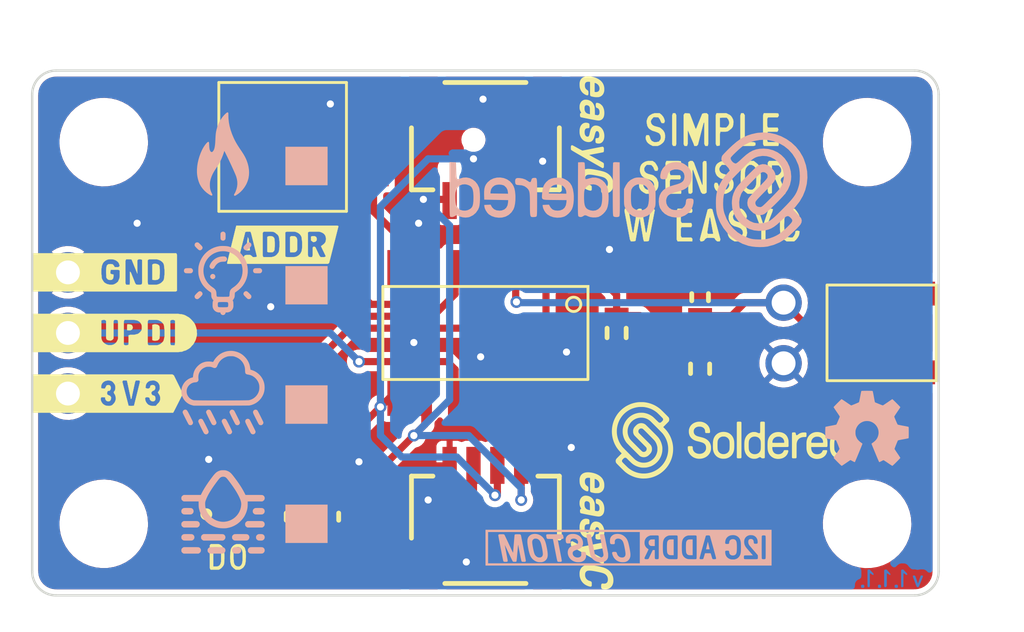
<source format=kicad_pcb>
(kicad_pcb (version 20210623) (generator pcbnew)
  (title_block (title "Light sensor easyC") (date "2021-07-05") (rev "V1.1.1.") (company "SOLDERED") (comment 1 "333076"))
  (layers (0 "F.Cu" signal) (31 "B.Cu" signal) (34 "B.Paste" user) (35 "F.Paste" user) (36 "B.SilkS" user "B.Silkscreen") (37 "F.SilkS" user "F.Silkscreen") (38 "B.Mask" user) (39 "F.Mask" user) (44 "Edge.Cuts" user))
  (net 0 "")
  (net 1 "A0")
  (net 2 "GND")
  (net 3 "3V3")
  (net 4 "Net-(D1-Pad1)")
  (net 5 "SDA")
  (net 6 "SCL")
  (net 7 "UPDI")
  (net 8 "ADD3")
  (net 9 "ADD2")
  (net 10 "ADD1")
  (net 11 "D0")
  (footprint "e-radionica.com footprinti:easyC-connector" (layer "F.Cu") (at 119 136.7 180)
    (fp_text reference "K3")
    (fp_text value "easyC-SMD")
    (pad "1" smd rect locked (at -1.5 2.15 180) (size 0.6 1.55) (layers "F.Cu" "F.Paste" "F.Mask") (net 6 "SCL"))
    (pad "2" smd rect locked (at -0.5 2.15 180) (size 0.6 1.55) (layers "F.Cu" "F.Paste" "F.Mask") (net 5 "SDA"))
    (pad "3" smd rect locked (at 0.5 2.15 180) (size 0.6 1.55) (layers "F.Cu" "F.Paste" "F.Mask") (net 3 "3V3"))
    (pad "4" smd rect locked (at 1.5 2.15 180) (size 0.6 1.55) (layers "F.Cu" "F.Paste" "F.Mask") (net 2 "GND"))
    (pad "5" smd rect locked (at -2.6 -2.15 180) (size 1.2 1.8) (layers "F.Cu" "F.Paste" "F.Mask") (net 2 "GND"))
    (pad "5" smd rect locked (at 2.6 -2.15 180) (size 1.2 1.8) (layers "F.Cu" "F.Paste" "F.Mask") (net 2 "GND"))
  )
  (footprint "e-radionica.com footprinti:0603R" (layer "F.Cu") (at 111 136.7 -90)
    (fp_text reference "R3")
    (fp_text value "10k")
    (pad "1" smd rect locked (at -0.775 0) (size 1 0.64) (layers "F.Cu" "F.Paste" "F.Mask") (net 5 "SDA"))
    (pad "2" smd rect locked (at 0.775 0) (size 1 0.64) (layers "F.Cu" "F.Paste" "F.Mask") (net 3 "3V3"))
  )
  (footprint "e-radionica.com footprinti:HEADER-UPDI" (layer "F.Cu") (at 101.5 129 90)
    (fp_text reference "K4")
    (fp_text value "HEADER-UPDI")
    (pad "1" thru_hole circle locked (at -2.54 0 90) (size 1.7 1.7) (drill 1) (layers *.Cu *.Mask) (net 3 "3V3"))
    (pad "2" thru_hole circle locked (at 0 0 90) (size 1.7 1.7) (drill 1) (layers *.Cu *.Mask) (net 7 "UPDI"))
    (pad "3" thru_hole circle locked (at 2.54 0 90) (size 1.7 1.7) (drill 1) (layers *.Cu *.Mask) (net 2 "GND"))
  )
  (footprint "e-radionica.com footprinti:0603R" (layer "F.Cu") (at 112.5 136.7 -90)
    (fp_text reference "R4")
    (fp_text value "10k")
    (pad "1" smd rect locked (at -0.775 0) (size 1 0.64) (layers "F.Cu" "F.Paste" "F.Mask") (net 6 "SCL"))
    (pad "2" smd rect locked (at 0.775 0) (size 1 0.64) (layers "F.Cu" "F.Paste" "F.Mask") (net 3 "3V3"))
  )
  (footprint "Soldered Graphics:Logo-Front-easyC-5mm" (layer "F.Cu") (at 123.5 137.3 -90)
    (fp_text reference "G***" hide)
    (fp_text value "LOGO" hide)
  )
  (footprint "Soldered Graphics:Logo-Front-SolderedFULL-10mm" (layer "F.Cu") (at 129.3 133.5)
    (fp_text reference "G***" hide)
    (fp_text value "LOGO" hide)
  )
  (footprint "e-radionica.com footprinti:FIDUCIAL_23" (layer "F.Cu") (at 110.2 121)
    (fp_text reference "FD1")
    (fp_text value "FIDUCIAL")
    (fp_circle (center 0 0) (end 1 0) (layer "F.Cu") (width 0.2) (fill none))
    (pad "1" smd circle locked (at 0 0) (size 1 1) (layers "F.Cu" "F.Paste" "F.Mask") (clearance 1.1))
  )
  (footprint "e-radionica.com footprinti:0402LED" (layer "F.Cu") (at 108.2 137.2 180)
    (fp_text reference "D1")
    (fp_text value "purple")
    (pad "1" smd rect locked (at -0.55 0 270) (size 0.75 0.45) (layers "F.Cu" "F.Paste" "F.Mask") (net 4 "Net-(D1-Pad1)"))
    (pad "2" smd rect locked (at 0.55 0 270) (size 0.75 0.45) (layers "F.Cu" "F.Paste" "F.Mask") (net 2 "GND"))
  )
  (footprint "buzzardLabel" (layer "F.Cu") (at 128.5 122.5)
    (fp_text reference "" (at 0 0) (layer "F.SilkS") (effects (font (size 1.27 1.27))))
    (fp_text value "" (at 0 0) (layer "F.SilkS") (effects (font (size 1.27 1.27))))
  )
  (footprint "e-radionica.com footprinti:JST-SH_2pin_1mm_C145954" (layer "F.Cu") (at 136 129 90)
    (fp_text reference "K1")
    (fp_text value "JST-SH_2pin_1mm_C145954")
    (pad "" smd rect (at 1.65 0.95 90) (size 1 1.8) (layers "F.Cu" "F.Paste" "F.Mask"))
    (pad "" smd rect (at -1.65 0.95 90) (size 1 1.8) (layers "F.Cu" "F.Paste" "F.Mask"))
    (pad "1" smd rect (at 0.5 -2.5 90) (size 0.4 1.6) (layers "F.Cu" "F.Paste" "F.Mask") (net 1 "A0"))
    (pad "2" smd rect (at -0.5 -2.5 90) (size 0.4 1.6) (layers "F.Cu" "F.Paste" "F.Mask") (net 2 "GND"))
  )
  (footprint "e-radionica.com footprinti:HOLE_3.2mm" (layer "F.Cu") (at 135 137)
    (fp_text reference "H2" hide)
    (fp_text value "HOLE_3.2mm" hide)
    (pad "" np_thru_hole circle locked (at 0 0) (size 3.2 3.2) (drill 3.2) (layers F&B.Cu *.Mask))
  )
  (footprint "buzzardLabel" (layer "F.Cu") (at 99.6 129)
    (fp_text reference "" (at 0 0) (layer "F.SilkS") (effects (font (size 1.27 1.27))))
    (fp_text value "" (at 0 0) (layer "F.SilkS") (effects (font (size 1.27 1.27))))
  )
  (footprint "e-radionica.com footprinti:0402R" (layer "F.Cu") (at 108.2 135.8 180)
    (fp_text reference "R2")
    (fp_text value "2k2")
    (pad "1" smd rect locked (at -0.5 0 270) (size 0.64 0.54) (layers "F.Cu" "F.Paste" "F.Mask") (net 11 "D0"))
    (pad "2" smd rect locked (at 0.5 0 270) (size 0.64 0.54) (layers "F.Cu" "F.Paste" "F.Mask") (net 4 "Net-(D1-Pad1)"))
  )
  (footprint "e-radionica.com footprinti:SOIC-14" (layer "F.Cu") (at 119 129 -90)
    (fp_text reference "U1")
    (fp_text value "ATTINY404-SSNR")
    (pad "1" smd rect locked (at -2.7 -3.81 270) (size 1.55 0.6) (layers "F.Cu" "F.Paste" "F.Mask") (net 3 "3V3"))
    (pad "2" smd rect locked (at -2.7 -2.54 270) (size 1.55 0.6) (layers "F.Cu" "F.Paste" "F.Mask") (net 11 "D0"))
    (pad "3" smd rect locked (at -2.7 -1.27 270) (size 1.55 0.6) (layers "F.Cu" "F.Paste" "F.Mask") (net 1 "A0"))
    (pad "4" smd rect locked (at -2.7 0 270) (size 1.55 0.6) (layers "F.Cu" "F.Paste" "F.Mask"))
    (pad "5" smd rect locked (at -2.7 1.27 270) (size 1.55 0.6) (layers "F.Cu" "F.Paste" "F.Mask") (net 8 "ADD3"))
    (pad "6" smd rect locked (at -2.7 2.54 270) (size 1.55 0.6) (layers "F.Cu" "F.Paste" "F.Mask") (net 9 "ADD2"))
    (pad "7" smd rect locked (at -2.7 3.81 270) (size 1.55 0.6) (layers "F.Cu" "F.Paste" "F.Mask") (net 10 "ADD1"))
    (pad "8" smd rect locked (at 2.7 3.81 270) (size 1.55 0.6) (layers "F.Cu" "F.Paste" "F.Mask") (net 5 "SDA"))
    (pad "9" smd rect locked (at 2.7 2.54 270) (size 1.55 0.6) (layers "F.Cu" "F.Paste" "F.Mask") (net 6 "SCL"))
    (pad "10" smd rect locked (at 2.7 1.27 270) (size 1.55 0.6) (layers "F.Cu" "F.Paste" "F.Mask") (net 7 "UPDI"))
    (pad "11" smd rect locked (at 2.7 0 270) (size 1.55 0.6) (layers "F.Cu" "F.Paste" "F.Mask"))
    (pad "12" smd rect locked (at 2.7 -1.27 270) (size 1.55 0.6) (layers "F.Cu" "F.Paste" "F.Mask"))
    (pad "13" smd rect locked (at 2.7 -2.54 270) (size 1.55 0.6) (layers "F.Cu" "F.Paste" "F.Mask"))
    (pad "14" smd rect locked (at 2.7 -3.81 270) (size 1.55 0.6) (layers "F.Cu" "F.Paste" "F.Mask") (net 2 "GND"))
  )
  (footprint "Soldered Graphics:Logo-Back-OSH-3.5mm" (layer "F.Cu") (at 135 133)
    (fp_text reference "G***" hide)
    (fp_text value "LOGO" hide)
  )
  (footprint "Soldered Graphics:Logo-Front-easyC-5mm" (layer "F.Cu") (at 123.5 120.7 -90)
    (fp_text reference "G***" hide)
    (fp_text value "LOGO" hide)
  )
  (footprint "e-radionica.com footprinti:HOLE_3.2mm" (layer "F.Cu") (at 135 121)
    (fp_text reference "H4" hide)
    (fp_text value "HOLE_3.2mm" hide)
    (pad "" np_thru_hole circle locked (at 0 0) (size 3.2 3.2) (drill 3.2) (layers F&B.Cu *.Mask))
  )
  (footprint "e-radionica.com footprinti:easyC-connector" (layer "F.Cu") (at 119 121.3)
    (fp_text reference "K5")
    (fp_text value "easyC-SMD")
    (pad "1" smd rect locked (at -1.5 2.15) (size 0.6 1.55) (layers "F.Cu" "F.Paste" "F.Mask") (net 6 "SCL"))
    (pad "2" smd rect locked (at -0.5 2.15) (size 0.6 1.55) (layers "F.Cu" "F.Paste" "F.Mask") (net 5 "SDA"))
    (pad "3" smd rect locked (at 0.5 2.15) (size 0.6 1.55) (layers "F.Cu" "F.Paste" "F.Mask") (net 3 "3V3"))
    (pad "4" smd rect locked (at 1.5 2.15) (size 0.6 1.55) (layers "F.Cu" "F.Paste" "F.Mask") (net 2 "GND"))
    (pad "5" smd rect locked (at -2.6 -2.15) (size 1.2 1.8) (layers "F.Cu" "F.Paste" "F.Mask") (net 2 "GND"))
    (pad "5" smd rect locked (at 2.6 -2.15) (size 1.2 1.8) (layers "F.Cu" "F.Paste" "F.Mask") (net 2 "GND"))
  )
  (footprint "e-radionica.com footprinti:HEADER_MALE_2X1" (layer "F.Cu") (at 131.5 129 90)
    (fp_text reference "K2")
    (fp_text value "HEADER_MALE_2X1")
    (pad "1" thru_hole circle locked (at -1.27 0 90) (size 1.524 1.524) (drill 1) (layers *.Cu *.Mask) (net 2 "GND"))
    (pad "2" thru_hole circle locked (at 1.27 0 90) (size 1.524 1.524) (drill 1) (layers *.Cu *.Mask) (net 1 "A0"))
  )
  (footprint "buzzardLabel" (layer "F.Cu") (at 128.5 120.5)
    (fp_text reference "" (at 0 0) (layer "F.SilkS") (effects (font (size 1.27 1.27))))
    (fp_text value "" (at 0 0) (layer "F.SilkS") (effects (font (size 1.27 1.27))))
  )
  (footprint "buzzardLabel" (layer "F.Cu") (at 110.5 125.3)
    (fp_text reference "" (at 0 0) (layer "F.SilkS") (effects (font (size 1.27 1.27))))
    (fp_text value "" (at 0 0) (layer "F.SilkS") (effects (font (size 1.27 1.27))))
  )
  (footprint "e-radionica.com footprinti:HOLE_3.2mm" (layer "F.Cu") (at 103 121)
    (fp_text reference "H3" hide)
    (fp_text value "HOLE_3.2mm" hide)
    (pad "" np_thru_hole circle locked (at 0 0) (size 3.2 3.2) (drill 3.2) (layers F&B.Cu *.Mask))
  )
  (footprint "buzzardLabel" (layer "F.Cu") (at 108.2 138.4)
    (fp_text reference "" (at 0 0) (layer "F.SilkS") (effects (font (size 1.27 1.27))))
    (fp_text value "" (at 0 0) (layer "F.SilkS") (effects (font (size 1.27 1.27))))
  )
  (footprint "Soldered Graphics:Logo-Back-SolderedFULL-15mm" (layer "F.Cu") (at 125 123)
    (fp_text reference "REF**" hide)
    (fp_text value "Logo-Front-SolderedFULL-15mm" hide)
  )
  (footprint "buzzardLabel" (layer "F.Cu") (at 99.6 131.54)
    (fp_text reference "" (at 0 0) (layer "F.SilkS") (effects (font (size 1.27 1.27))))
    (fp_text value "" (at 0 0) (layer "F.SilkS") (effects (font (size 1.27 1.27))))
  )
  (footprint "e-radionica.com footprinti:0603R" (layer "F.Cu") (at 128 127.5 90)
    (fp_text reference "R1")
    (fp_text value "10k")
    (pad "1" smd rect locked (at -0.775 0 180) (size 1 0.64) (layers "F.Cu" "F.Paste" "F.Mask") (net 1 "A0"))
    (pad "2" smd rect locked (at 0.775 0 180) (size 1 0.64) (layers "F.Cu" "F.Paste" "F.Mask") (net 3 "3V3"))
  )
  (footprint "e-radionica.com footprinti:0603C" (layer "F.Cu") (at 124.5 129 -90)
    (fp_text reference "C2")
    (fp_text value "0.1uF")
    (pad "1" smd rect locked (at -0.73 0 270) (size 0.66 1) (layers "F.Cu" "F.Paste" "F.Mask") (net 3 "3V3"))
    (pad "2" smd rect locked (at 0.73 0 270) (size 0.66 1) (layers "F.Cu" "F.Paste" "F.Mask") (net 2 "GND"))
  )
  (footprint "buzzardLabel" (layer "F.Cu") (at 128.5 124.5)
    (fp_text reference "" (at 0 0) (layer "F.SilkS") (effects (font (size 1.27 1.27))))
    (fp_text value "" (at 0 0) (layer "F.SilkS") (effects (font (size 1.27 1.27))))
  )
  (footprint "e-radionica.com footprinti:HOLE_3.2mm" (layer "F.Cu") (at 103 137)
    (fp_text reference "H1" hide)
    (fp_text value "HOLE_3.2mm" hide)
    (pad "" np_thru_hole circle locked (at 0 0) (size 3.2 3.2) (drill 3.2) (layers F&B.Cu *.Mask))
  )
  (footprint "e-radionica.com footprinti:0603C" (layer "F.Cu") (at 128 130.5 90)
    (fp_text reference "C1")
    (fp_text value "0.1uF")
    (pad "1" smd rect locked (at -0.73 0 90) (size 0.66 1) (layers "F.Cu" "F.Paste" "F.Mask") (net 2 "GND"))
    (pad "2" smd rect locked (at 0.73 0 90) (size 0.66 1) (layers "F.Cu" "F.Paste" "F.Mask") (net 1 "A0"))
  )
  (footprint "e-radionica.com footprinti:DSHP03TS-S" (layer "F.Cu") (at 110.5 121.2 180)
    (fp_text reference "K6")
    (fp_text value "DSHP03TS-S")
    (pad "1" smd rect locked (at -3.81 -1.27 270) (size 0.76 1.27) (layers "F.Cu" "F.Paste" "F.Mask") (net 10 "ADD1"))
    (pad "2" smd rect locked (at 3.81 -1.27 270) (size 0.76 1.27) (layers "F.Cu" "F.Paste" "F.Mask") (net 2 "GND"))
    (pad "3" smd rect locked (at -3.81 0 270) (size 0.76 1.27) (layers "F.Cu" "F.Paste" "F.Mask") (net 9 "ADD2"))
    (pad "4" smd rect locked (at 3.81 0 270) (size 0.76 1.27) (layers "F.Cu" "F.Paste" "F.Mask") (net 2 "GND"))
    (pad "5" smd rect locked (at -3.81 1.27 270) (size 0.76 1.27) (layers "F.Cu" "F.Paste" "F.Mask") (net 8 "ADD3"))
    (pad "6" smd rect locked (at 3.81 1.27 270) (size 0.76 1.27) (layers "F.Cu" "F.Paste" "F.Mask") (net 2 "GND"))
  )
  (footprint "buzzardLabel" (layer "F.Cu") (at 99.6 126.46)
    (fp_text reference "" (at 0 0) (layer "F.SilkS") (effects (font (size 1.27 1.27))))
    (fp_text value "" (at 0 0) (layer "F.SilkS") (effects (font (size 1.27 1.27))))
  )
  (footprint "Soldered Graphics:Symbol-Front-Raining" (layer "B.Cu") (at 108 131.5 180)
    (fp_text reference "G***" hide)
    (fp_text value "LOGO" hide)
  )
  (footprint "buzzardLabel" (layer "B.Cu") (at 111.5 122 180)
    (fp_text reference "" (at 0 0) (layer "B.SilkS") (effects (font (size 1.27 1.27)) (justify mirror)))
    (fp_text value "" (at 0 0) (layer "B.SilkS") (effects (font (size 1.27 1.27)) (justify mirror)))
  )
  (footprint "buzzardLabel" (layer "B.Cu") (at 111.5 137 180)
    (fp_text reference "" (at 0 0) (layer "B.SilkS") (effects (font (size 1.27 1.27)) (justify mirror)))
    (fp_text value "" (at 0 0) (layer "B.SilkS") (effects (font (size 1.27 1.27)) (justify mirror)))
  )
  (footprint "buzzardLabel" (layer "B.Cu") (at 111.5 127 180)
    (fp_text reference "" (at 0 0) (layer "B.SilkS") (effects (font (size 1.27 1.27)) (justify mirror)))
    (fp_text value "" (at 0 0) (layer "B.SilkS") (effects (font (size 1.27 1.27)) (justify mirror)))
  )
  (footprint "buzzardLabel" (layer "B.Cu") (at 111.5 132 180)
    (fp_text reference "" (at 0 0) (layer "B.SilkS") (effects (font (size 1.27 1.27)) (justify mirror)))
    (fp_text value "" (at 0 0) (layer "B.SilkS") (effects (font (size 1.27 1.27)) (justify mirror)))
  )
  (footprint "Soldered Graphics:Symbol-Front-Light" (layer "B.Cu") (at 108 126.5 180)
    (fp_text reference "G***" hide)
    (fp_text value "LOGO" hide)
  )
  (footprint "Soldered Graphics:Symbol-Front_I2C_ADDR_CUSTOM" (layer "B.Cu") (at 125 138 180)
    (fp_text reference "REF**" hide)
    (fp_text value "Symbol-Front_I2C_ADDR_CUSTOM" hide)
  )
  (footprint "Soldered Graphics:Symbol-Front-Flame" (layer "B.Cu") (at 108 121.5 180)
    (fp_text reference "G***" hide)
    (fp_text value "LOGO" hide)
  )
  (footprint "Soldered Graphics:Symbol-Front-Water-Sensoric" (layer "B.Cu") (at 108 136.5 180)
    (fp_text reference "G***" hide)
    (fp_text value "LOGO" hide)
  )
  (footprint "Soldered Graphics:Version1.1.1." (layer "B.Cu") (at 136 139.3 180)
    (fp_text reference "REF**" hide)
    (fp_text value "Version1.1.1." hide)
    (fp_poly (pts (xy 0.91 -0.35) (xy 0.96 -0.35) (xy 0.98 -0.31) (xy 0.98 0.35) (xy 0.95 0.38) (xy 0.89 0.38) (xy 0.86 0.34) (xy 0.74 0.22) (xy 0.73 0.17) (xy 0.76 0.16) (xy 0.85 0.22) (xy 0.89 0.23) (xy 0.89 -0.31) (xy 0.91 -0.35)) (layer "B.Cu") (width 0.01) (fill solid))
    (fp_poly (pts (xy 0.43 -0.38) (xy 0.48 -0.38) (xy 0.54 -0.37) (xy 0.54 -0.33) (xy 0.54 -0.27) (xy 0.5 -0.26) (xy 0.45 -0.26) (xy 0.42 -0.29) (xy 0.42 -0.34) (xy 0.43 -0.38)) (layer "B.Cu") (width 0.01) (fill solid))
    (fp_poly (pts (xy 0.21 -0.35) (xy 0.26 -0.35) (xy 0.28 -0.31) (xy 0.28 0.35) (xy 0.24 0.38) (xy 0.19 0.38) (xy 0.15 0.34) (xy 0.04 0.22) (xy 0.02 0.17) (xy 0.05 0.16) (xy 0.14 0.22) (xy 0.18 0.23) (xy 0.18 -0.31) (xy 0.21 -0.35)) (layer "B.Cu") (width 0.01) (fill solid))
    (fp_poly (pts (xy -1.15 -0.35) (xy -1.1 -0.35) (xy -1.07 -0.31) (xy -0.92 0.1) (xy -0.94 0.13) (xy -0.99 0.13) (xy -1.02 0.1) (xy -1.11 -0.16) (xy -1.13 -0.21) (xy -1.15 -0.17) (xy -1.24 0.09) (xy -1.26 0.13) (xy -1.32 0.13) (xy -1.34 0.1) (xy -1.18 -0.31) (xy -1.15 -0.35)) (layer "B.Cu") (width 0.01) (fill solid))
    (fp_poly (pts (xy -0.27 -0.38) (xy -0.22 -0.38) (xy -0.17 -0.37) (xy -0.16 -0.33) (xy -0.16 -0.27) (xy -0.21 -0.26) (xy -0.26 -0.26) (xy -0.29 -0.29) (xy -0.29 -0.34) (xy -0.27 -0.38)) (layer "B.Cu") (width 0.01) (fill solid))
    (fp_poly (pts (xy 1.14 -0.38) (xy 1.19 -0.38) (xy 1.24 -0.37) (xy 1.25 -0.33) (xy 1.25 -0.27) (xy 1.2 -0.26) (xy 1.15 -0.26) (xy 1.12 -0.29) (xy 1.12 -0.34) (xy 1.14 -0.38)) (layer "B.Cu") (width 0.01) (fill solid))
    (fp_poly (pts (xy -0.5 -0.35) (xy -0.44 -0.35) (xy -0.43 -0.31) (xy -0.43 0.35) (xy -0.46 0.38) (xy -0.52 0.38) (xy -0.55 0.34) (xy -0.67 0.22) (xy -0.68 0.17) (xy -0.65 0.16) (xy -0.56 0.22) (xy -0.52 0.23) (xy -0.52 -0.31) (xy -0.5 -0.35)) (layer "B.Cu") (width 0.01) (fill solid))
  )
  (gr_line (start 101 118) (end 137 118) (layer "Edge.Cuts") (width 0.1))
  (gr_arc (start 101 119) (end 101 118) (angle -90) (layer "Edge.Cuts") (width 0.1))
  (gr_arc (start 137 119) (end 137 118) (angle 90) (layer "Edge.Cuts") (width 0.1))
  (gr_line (start 100 139) (end 100 119) (layer "Edge.Cuts") (width 0.1))
  (gr_line (start 138 119) (end 138 139) (layer "Edge.Cuts") (width 0.1))
  (gr_arc (start 137 139) (end 137 140) (angle -90) (layer "Edge.Cuts") (width 0.1))
  (gr_line (start 137 140) (end 101 140) (layer "Edge.Cuts") (width 0.1))
  (gr_arc (start 101 139) (end 101 140) (angle 90) (layer "Edge.Cuts") (width 0.1))
  (segment (start 120.3 127.7) (end 120.27 127.67) (width 0.3) (layer "F.Cu") (net 1))
  (segment (start 128 129.77) (end 128 128.275) (width 0.3) (layer "F.Cu") (net 1))
  (segment (start 129.325 128.275) (end 129.87 127.73) (width 0.3) (layer "F.Cu") (net 1))
  (segment (start 128 128.275) (end 129.325 128.275) (width 0.3) (layer "F.Cu") (net 1))
  (segment (start 132.27 128.5) (end 131.5 127.73) (width 0.3) (layer "F.Cu") (net 1))
  (segment (start 133.5 128.5) (end 132.27 128.5) (width 0.3) (layer "F.Cu") (net 1))
  (segment (start 120.27 127.67) (end 120.27 126.3) (width 0.3) (layer "F.Cu") (net 1))
  (segment (start 129.87 127.73) (end 131.5 127.73) (width 0.3) (layer "F.Cu") (net 1))
  (via (at 120.3 127.7) (size 0.5) (drill 0.3) (layers "F.Cu" "B.Cu") (net 1))
  (segment (start 120.3 127.7) (end 120.33 127.73) (width 0.3) (layer "B.Cu") (net 1))
  (segment (start 120.33 127.73) (end 131.5 127.73) (width 0.3) (layer "B.Cu") (net 1))
  (via (at 107.4 134.3) (size 0.5) (drill 0.3) (layers "F.Cu" "B.Cu") (net 2))
  (via (at 121.4 121.8) (size 0.5) (drill 0.3) (layers "F.Cu" "B.Cu") (net 2))
  (via (at 112.5 119.4) (size 0.5) (drill 0.3) (layers "F.Cu" "B.Cu") (net 2))
  (via (at 113.7 134.4) (size 0.5) (drill 0.3) (layers "F.Cu" "B.Cu") (net 2))
  (via (at 118.9 119.2) (size 0.5) (drill 0.3) (layers "F.Cu" "B.Cu") (net 2))
  (via (at 110 127.9) (size 0.5) (drill 0.3) (layers "F.Cu" "B.Cu") (net 2))
  (via (at 122.4 129.8) (size 0.5) (drill 0.3) (layers "F.Cu" "B.Cu") (net 2))
  (via (at 104.4 124.4) (size 0.5) (drill 0.3) (layers "F.Cu" "B.Cu") (net 2))
  (via (at 116 129.4) (size 0.5) (drill 0.3) (layers "F.Cu" "B.Cu") (net 2))
  (via (at 118.2 138.6) (size 0.5) (drill 0.3) (layers "F.Cu" "B.Cu") (net 2))
  (via (at 118.8 130) (size 0.5) (drill 0.3) (layers "F.Cu" "B.Cu") (net 2))
  (via (at 116.6 136) (size 0.5) (drill 0.3) (layers "F.Cu" "B.Cu") (net 2))
  (via (at 116.2 124.4) (size 0.5) (drill 0.3) (layers "F.Cu" "B.Cu") (net 2))
  (via (at 124.2 125.5) (size 0.5) (drill 0.3) (layers "F.Cu" "B.Cu") (net 2))
  (via (at 122.6 133.8) (size 0.5) (drill 0.3) (layers "F.Cu" "B.Cu") (net 2))
  (segment (start 119.9 124.7) (end 122.5 124.7) (width 0.3) (layer "F.Cu") (net 3))
  (segment (start 122.5 124.7) (end 122.81 125.01) (width 0.3) (layer "F.Cu") (net 3))
  (segment (start 125.47 128.27) (end 124.5 128.27) (width 0.3) (layer "F.Cu") (net 3))
  (segment (start 111 137.475) (end 111 138.3) (width 0.3) (layer "F.Cu") (net 3))
  (segment (start 106.2 137.8) (end 106.2 133.8) (width 0.3) (layer "F.Cu") (net 3))
  (segment (start 114.2 137.1) (end 113.8 137.5) (width 0.3) (layer "F.Cu") (net 3))
  (segment (start 118.5 136.2) (end 117.6 137.1) (width 0.3) (layer "F.Cu") (net 3))
  (segment (start 119.5 124.3) (end 119.9 124.7) (width 0.3) (layer "F.Cu") (net 3))
  (segment (start 123.825 126.725) (end 123.8 126.7) (width 0.3) (layer "F.Cu") (net 3))
  (segment (start 123.8 126.7) (end 123.4 126.3) (width 0.3) (layer "F.Cu") (net 3))
  (segment (start 103.94 131.54) (end 101.5 131.54) (width 0.3) (layer "F.Cu") (net 3))
  (segment (start 106.2 133.8) (end 103.94 131.54) (width 0.3) (layer "F.Cu") (net 3))
  (segment (start 118.5 134.55) (end 118.5 136.2) (width 0.3) (layer "F.Cu") (net 3))
  (segment (start 112.5 137.475) (end 111 137.475) (width 0.3) (layer "F.Cu") (net 3))
  (segment (start 110.4 138.9) (end 107.3 138.9) (width 0.3) (layer "F.Cu") (net 3))
  (segment (start 122 137.1) (end 125.9 133.2) (width 0.3) (layer "F.Cu") (net 3))
  (segment (start 107.3 138.9) (end 106.2 137.8) (width 0.3) (layer "F.Cu") (net 3))
  (segment (start 119.5 123.45) (end 119.5 124.3) (width 0.3) (layer "F.Cu") (net 3))
  (segment (start 113.8 137.5) (end 113.775 137.475) (width 0.3) (layer "F.Cu") (net 3))
  (segment (start 111 138.3) (end 110.4 138.9) (width 0.3) (layer "F.Cu") (net 3))
  (segment (start 124.5 127.4) (end 123.8 126.7) (width 0.3) (layer "F.Cu") (net 3))
  (segment (start 117.6 137.1) (end 122 137.1) (width 0.3) (layer "F.Cu") (net 3))
  (segment (start 117.6 137.1) (end 114.2 137.1) (width 0.3) (layer "F.Cu") (net 3))
  (segment (start 113.775 137.475) (end 112.5 137.475) (width 0.3) (layer "F.Cu") (net 3))
  (segment (start 125.9 133.2) (end 125.9 128.7) (width 0.3) (layer "F.Cu") (net 3))
  (segment (start 124.5 128.27) (end 124.5 127.4) (width 0.3) (layer "F.Cu") (net 3))
  (segment (start 125.9 128.7) (end 125.47 128.27) (width 0.3) (layer "F.Cu") (net 3))
  (segment (start 128 126.725) (end 123.825 126.725) (width 0.3) (layer "F.Cu") (net 3))
  (segment (start 123.4 126.3) (end 122.81 126.3) (width 0.3) (layer "F.Cu") (net 3))
  (segment (start 122.81 125.01) (end 122.81 126.3) (width 0.3) (layer "F.Cu") (net 3))
  (segment (start 107.7 135.8) (end 107.7 136) (width 0.3) (layer "F.Cu") (net 4))
  (segment (start 108.75 137.05) (end 108.75 137.2) (width 0.3) (layer "F.Cu") (net 4))
  (segment (start 107.7 136) (end 108.75 137.05) (width 0.3) (layer "F.Cu") (net 4))
  (segment (start 118.5 121.7) (end 118.5 123.45) (width 0.3) (layer "F.Cu") (net 5))
  (segment (start 119.5 135.7) (end 119.4 135.8) (width 0.3) (layer "F.Cu") (net 5))
  (segment (start 115.19 131.7) (end 115 131.7) (width 0.3) (layer "F.Cu") (net 5))
  (segment (start 119.5 134.55) (end 119.5 135.7) (width 0.3) (layer "F.Cu") (net 5))
  (segment (start 115 131.7) (end 112.55 134.15) (width 0.3) (layer "F.Cu") (net 5))
  (segment (start 112.55 134.15) (end 111 135.7) (width 0.3) (layer "F.Cu") (net 5))
  (segment (start 111 135.7) (end 111 135.925) (width 0.3) (layer "F.Cu") (net 5))
  (via (at 118.5 121.7) (size 0.5) (drill 0.3) (layers "F.Cu" "B.Cu") (net 5))
  (via (at 119.4 135.8) (size 0.5) (drill 0.3) (layers "F.Cu" "B.Cu") (net 5))
  (via (at 114.6 132.1) (size 0.5) (drill 0.3) (layers "F.Cu" "B.Cu") (net 5))
  (segment (start 114.6 123.7) (end 114.6 132.1) (width 0.3) (layer "B.Cu") (net 5))
  (segment (start 116.6 121.7) (end 114.6 123.7) (width 0.3) (layer "B.Cu") (net 5))
  (segment (start 114.6 133.3) (end 115.5 134.2) (width 0.3) (layer "B.Cu") (net 5))
  (segment (start 115.5 134.2) (end 117.8 134.2) (width 0.3) (layer "B.Cu") (net 5))
  (segment (start 114.6 132.1) (end 114.6 133.3) (width 0.3) (layer "B.Cu") (net 5))
  (segment (start 117.8 134.2) (end 119.4 135.8) (width 0.3) (layer "B.Cu") (net 5))
  (segment (start 118.5 121.7) (end 116.6 121.7) (width 0.3) (layer "B.Cu") (net 5))
  (segment (start 116 133.3) (end 113.375 135.925) (width 0.3) (layer "F.Cu") (net 6))
  (segment (start 116.46 132.84) (end 116.46 131.7) (width 0.3) (layer "F.Cu") (net 6))
  (segment (start 116 133.3) (end 116.46 132.84) (width 0.3) (layer "F.Cu") (net 6))
  (segment (start 120.5 134.55) (end 120.5 136) (width 0.3) (layer "F.Cu") (net 6))
  (segment (start 116.4 123.4) (end 117.45 123.4) (width 0.3) (layer "F.Cu") (net 6))
  (segment (start 113.375 135.925) (end 112.5 135.925) (width 0.3) (layer "F.Cu") (net 6))
  (segment (start 117.45 123.4) (end 117.5 123.45) (width 0.3) (layer "F.Cu") (net 6))
  (via (at 116 133.3) (size 0.5) (drill 0.3) (layers "F.Cu" "B.Cu") (net 6))
  (via (at 120.5 136) (size 0.5) (drill 0.3) (layers "F.Cu" "B.Cu") (net 6))
  (via (at 116.4 123.4) (size 0.5) (drill 0.3) (layers "F.Cu" "B.Cu") (net 6))
  (segment (start 120.5 135.5) (end 120.5 136) (width 0.3) (layer "B.Cu") (net 6))
  (segment (start 117.5 131.8) (end 116 133.3) (width 0.3) (layer "B.Cu") (net 6))
  (segment (start 116.4 123.4) (end 117.5 124.5) (width 0.3) (layer "B.Cu") (net 6))
  (segment (start 118.3 133.3) (end 120.5 135.5) (width 0.3) (layer "B.Cu") (net 6))
  (segment (start 116 133.3) (end 118.3 133.3) (width 0.3) (layer "B.Cu") (net 6))
  (segment (start 117.5 124.5) (end 117.5 131.8) (width 0.3) (layer "B.Cu") (net 6))
  (segment (start 113.7 130.2) (end 117.4 130.2) (width 0.3) (layer "F.Cu") (net 7))
  (segment (start 117.4 130.2) (end 117.73 130.53) (width 0.3) (layer "F.Cu") (net 7))
  (segment (start 117.73 130.53) (end 117.73 131.7) (width 0.3) (layer "F.Cu") (net 7))
  (via (at 113.7 130.2) (size 0.5) (drill 0.3) (layers "F.Cu" "B.Cu") (net 7))
  (segment (start 113.7 130.2) (end 112.5 129) (width 0.3) (layer "B.Cu") (net 7))
  (segment (start 112.5 129) (end 101.5 129) (width 0.3) (layer "B.Cu") (net 7))
  (segment (start 112.6 127.1) (end 112.6 120.8) (width 0.3) (layer "F.Cu") (net 8))
  (segment (start 117.73 127.37) (end 116.79952 128.30048) (width 0.3) (layer "F.Cu") (net 8))
  (segment (start 116.79952 128.30048) (end 113.80048 128.30048) (width 0.3) (layer "F.Cu") (net 8))
  (segment (start 117.73 126.3) (end 117.73 127.37) (width 0.3) (layer "F.Cu") (net 8))
  (segment (start 112.6 120.8) (end 113.47 119.93) (width 0.3) (layer "F.Cu") (net 8))
  (segment (start 113.47 119.93) (end 114.31 119.93) (width 0.3) (layer "F.Cu") (net 8))
  (segment (start 113.80048 128.30048) (end 112.6 127.1) (width 0.3) (layer "F.Cu") (net 8))
  (segment (start 113.5 121.2) (end 114.31 121.2) (width 0.3) (layer "F.Cu") (net 9))
  (segment (start 114.2 127.8) (end 113.1 126.7) (width 0.3) (layer "F.Cu") (net 9))
  (segment (start 113.1 126.7) (end 113.1 121.6) (width 0.3) (layer "F.Cu") (net 9))
  (segment (start 116 127.8) (end 114.2 127.8) (width 0.3) (layer "F.Cu") (net 9))
  (segment (start 113.1 121.6) (end 113.5 121.2) (width 0.3) (layer "F.Cu") (net 9))
  (segment (start 116.46 127.34) (end 116 127.8) (width 0.3) (layer "F.Cu") (net 9))
  (segment (start 116.46 126.3) (end 116.46 127.34) (width 0.3) (layer "F.Cu") (net 9))
  (segment (start 115.19 124.79) (end 114.31 123.91) (width 0.3) (layer "F.Cu") (net 10))
  (segment (start 115.19 126.3) (end 115.19 124.79) (width 0.3) (layer "F.Cu") (net 10))
  (segment (start 114.31 123.91) (end 114.31 122.47) (width 0.3) (layer "F.Cu") (net 10))
  (segment (start 108.7 133.4) (end 113.3 128.8) (width 0.3) (layer "F.Cu") (net 11))
  (segment (start 108.7 135.8) (end 108.7 133.4) (width 0.3) (layer "F.Cu") (net 11))
  (segment (start 121.54 128.36) (end 121.54 126.3) (width 0.3) (layer "F.Cu") (net 11))
  (segment (start 121.1 128.8) (end 121.54 128.36) (width 0.3) (layer "F.Cu") (net 11))
  (segment (start 113.3 128.8) (end 121.1 128.8) (width 0.3) (layer "F.Cu") (net 11))
  (zone (net 2) (net_name "GND") (layers F&B.Cu) (connect_pads (clearance 0.254)) (min_thickness 0.254) (fill yes (thermal_gap 0.254) (thermal_bridge_width 0.254))
    (polygon (pts (xy 138 140) (xy 100 140) (xy 100 118) (xy 138 118)))
  )
)
</source>
